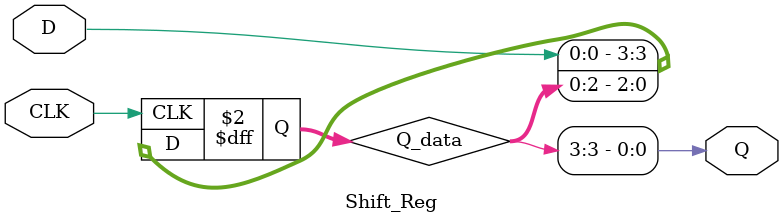
<source format=v>
module Shift_Reg (
    input D, CLK,   
    output reg Q
);
    // Outputs of the FFs.
    reg [0:3] Q_data;
    assign Q = Q_data[3];

    always @(posedge CLK) begin
        Q_data <= {D, Q_data[0:2]};
    end
endmodule

</source>
